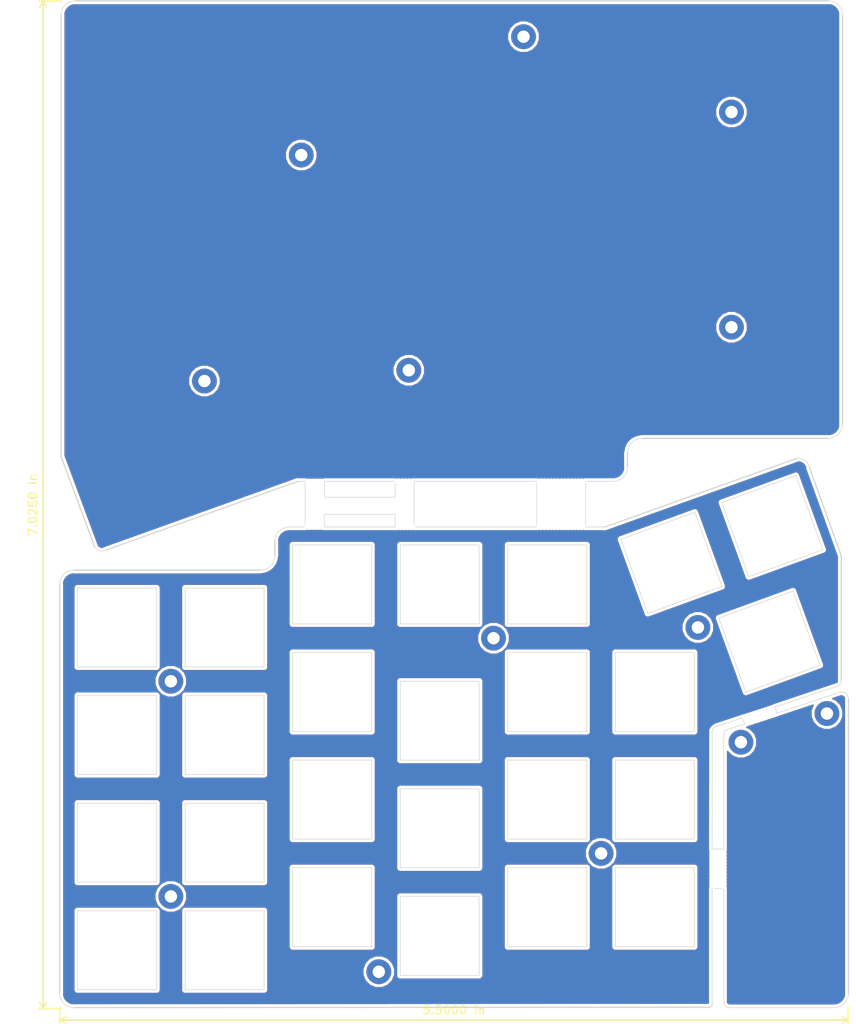
<source format=kicad_pcb>
(kicad_pcb (version 20171130) (host pcbnew "(5.0.2)-1")
  (layers (0 F.Cu signal) (31 B.Cu signal) (34 B.Paste user) (35 F.Paste user) (36 B.SilkS user) (37 F.SilkS user) (38 B.Mask user) (39 F.Mask user) (44 Edge.Cuts user))
  (net 0 "")
  (module kbd:IM_HOLE (layer F.Cu) (at 145.15338 158.68486 90)
    (fp_text reference Ref** hide)
    (fp_text value Val** hide)
    (pad "" np_thru_hole circle (at 0 0 90) (size 0.4 0.4) (drill 0.4) (layers *.Cu *.Mask))
  )
  (module kbd:IM_HOLE (layer F.Cu) (at 152.280048 134.167642 198)
    (fp_text reference Ref** hide)
    (fp_text value Val** hide)
    (pad "" np_thru_hole circle (at 0 0 198) (size 0.4 0.4) (drill 0.4) (layers *.Cu *.Mask))
  )
  (module kbd:IM_HOLE (layer F.Cu) (at 148.856244 135.280103 198)
    (fp_text reference Ref** hide)
    (fp_text value Val** hide)
    (pad "" np_thru_hole circle (at 0 0 198) (size 0.4 0.4) (drill 0.4) (layers *.Cu *.Mask))
  )
  (module kbd:IM_HOLE (layer F.Cu) (at 152.850681 133.982231 198)
    (fp_text reference Ref** hide)
    (fp_text value Val** hide)
    (pad "" np_thru_hole circle (at 0 0 198) (size 0.4 0.4) (drill 0.4) (layers *.Cu *.Mask))
  )
  (module kbd:IM_HOLE (layer F.Cu) (at 149.426879 135.094693 198)
    (fp_text reference Ref** hide)
    (fp_text value Val** hide)
    (pad "" np_thru_hole circle (at 0 0 198) (size 0.4 0.4) (drill 0.4) (layers *.Cu *.Mask))
  )
  (module kbd:IM_HOLE (layer F.Cu) (at 151.13878 134.538462 198)
    (fp_text reference Ref** hide)
    (fp_text value Val** hide)
    (pad "" np_thru_hole circle (at 0 0 198) (size 0.4 0.4) (drill 0.4) (layers *.Cu *.Mask))
  )
  (module kbd:IM_HOLE (layer F.Cu) (at 150.568147 134.723872 198)
    (fp_text reference Ref** hide)
    (fp_text value Val** hide)
    (pad "" np_thru_hole circle (at 0 0 198) (size 0.4 0.4) (drill 0.4) (layers *.Cu *.Mask))
  )
  (module kbd:IM_HOLE (layer F.Cu) (at 153.99195 133.611411 198)
    (fp_text reference Ref** hide)
    (fp_text value Val** hide)
    (pad "" np_thru_hole circle (at 0 0 198) (size 0.4 0.4) (drill 0.4) (layers *.Cu *.Mask))
  )
  (module kbd:IM_HOLE (layer F.Cu) (at 151.709413 134.353052 198)
    (fp_text reference Ref** hide)
    (fp_text value Val** hide)
    (pad "" np_thru_hole circle (at 0 0 198) (size 0.4 0.4) (drill 0.4) (layers *.Cu *.Mask))
  )
  (module kbd:IM_HOLE (layer F.Cu) (at 153.421316 133.796821 198)
    (fp_text reference Ref** hide)
    (fp_text value Val** hide)
    (pad "" np_thru_hole circle (at 0 0 198) (size 0.4 0.4) (drill 0.4) (layers *.Cu *.Mask))
  )
  (module kbd:IM_HOLE (layer F.Cu) (at 149.997512 134.909282 198)
    (fp_text reference Ref** hide)
    (fp_text value Val** hide)
    (pad "" np_thru_hole circle (at 0 0 198) (size 0.4 0.4) (drill 0.4) (layers *.Cu *.Mask))
  )
  (module kbd:IM_HOLE (layer F.Cu) (at 153.214768 134.751842 198)
    (fp_text reference Ref** hide)
    (fp_text value Val** hide)
    (pad "" np_thru_hole circle (at 0 0 198) (size 0.4 0.4) (drill 0.4) (layers *.Cu *.Mask))
  )
  (module kbd:IM_HOLE (layer F.Cu) (at 149.790964 135.864303 198)
    (fp_text reference Ref** hide)
    (fp_text value Val** hide)
    (pad "" np_thru_hole circle (at 0 0 198) (size 0.4 0.4) (drill 0.4) (layers *.Cu *.Mask))
  )
  (module kbd:IM_HOLE (layer F.Cu) (at 152.0735 135.122662 198)
    (fp_text reference Ref** hide)
    (fp_text value Val** hide)
    (pad "" np_thru_hole circle (at 0 0 198) (size 0.4 0.4) (drill 0.4) (layers *.Cu *.Mask))
  )
  (module kbd:IM_HOLE (layer F.Cu) (at 149.22033 136.049713 198)
    (fp_text reference Ref** hide)
    (fp_text value Val** hide)
    (pad "" np_thru_hole circle (at 0 0 198) (size 0.4 0.4) (drill 0.4) (layers *.Cu *.Mask))
  )
  (module kbd:IM_HOLE (layer F.Cu) (at 152.644133 134.937252 198)
    (fp_text reference Ref** hide)
    (fp_text value Val** hide)
    (pad "" np_thru_hole circle (at 0 0 198) (size 0.4 0.4) (drill 0.4) (layers *.Cu *.Mask))
  )
  (module kbd:IM_HOLE (layer F.Cu) (at 153.785401 134.566431 198)
    (fp_text reference Ref** hide)
    (fp_text value Val** hide)
    (pad "" np_thru_hole circle (at 0 0 198) (size 0.4 0.4) (drill 0.4) (layers *.Cu *.Mask))
  )
  (module kbd:IM_HOLE (layer F.Cu) (at 151.502867 135.308072 198)
    (fp_text reference Ref** hide)
    (fp_text value Val** hide)
    (pad "" np_thru_hole circle (at 0 0 198) (size 0.4 0.4) (drill 0.4) (layers *.Cu *.Mask))
  )
  (module kbd:IM_HOLE (layer F.Cu) (at 154.356036 134.381021 198)
    (fp_text reference Ref** hide)
    (fp_text value Val** hide)
    (pad "" np_thru_hole circle (at 0 0 198) (size 0.4 0.4) (drill 0.4) (layers *.Cu *.Mask))
  )
  (module kbd:IM_HOLE (layer F.Cu) (at 150.361599 135.678893 198)
    (fp_text reference Ref** hide)
    (fp_text value Val** hide)
    (pad "" np_thru_hole circle (at 0 0 198) (size 0.4 0.4) (drill 0.4) (layers *.Cu *.Mask))
  )
  (module kbd:IM_HOLE (layer F.Cu) (at 150.932232 135.493482 198)
    (fp_text reference Ref** hide)
    (fp_text value Val** hide)
    (pad "" np_thru_hole circle (at 0 0 198) (size 0.4 0.4) (drill 0.4) (layers *.Cu *.Mask))
  )
  (module kbd:IM_HOLE (layer F.Cu) (at 143.44142 161.68486 90)
    (fp_text reference Ref** hide)
    (fp_text value Val** hide)
    (pad "" np_thru_hole circle (at 0 0 90) (size 0.4 0.4) (drill 0.4) (layers *.Cu *.Mask))
  )
  (module kbd:IM_HOLE (layer F.Cu) (at 143.44142 162.28486 90)
    (fp_text reference Ref** hide)
    (fp_text value Val** hide)
    (pad "" np_thru_hole circle (at 0 0 90) (size 0.4 0.4) (drill 0.4) (layers *.Cu *.Mask))
  )
  (module kbd:IM_HOLE (layer F.Cu) (at 143.44142 159.28486 90)
    (fp_text reference Ref** hide)
    (fp_text value Val** hide)
    (pad "" np_thru_hole circle (at 0 0 90) (size 0.4 0.4) (drill 0.4) (layers *.Cu *.Mask))
  )
  (module kbd:IM_HOLE (layer F.Cu) (at 143.44142 164.08486 90)
    (fp_text reference Ref** hide)
    (fp_text value Val** hide)
    (pad "" np_thru_hole circle (at 0 0 90) (size 0.4 0.4) (drill 0.4) (layers *.Cu *.Mask))
  )
  (module kbd:IM_HOLE (layer F.Cu) (at 143.44142 164.68486 90)
    (fp_text reference Ref** hide)
    (fp_text value Val** hide)
    (pad "" np_thru_hole circle (at 0 0 90) (size 0.4 0.4) (drill 0.4) (layers *.Cu *.Mask))
  )
  (module kbd:IM_HOLE (layer F.Cu) (at 143.44142 160.48486 90)
    (fp_text reference Ref** hide)
    (fp_text value Val** hide)
    (pad "" np_thru_hole circle (at 0 0 90) (size 0.4 0.4) (drill 0.4) (layers *.Cu *.Mask))
  )
  (module kbd:IM_HOLE (layer F.Cu) (at 143.44142 163.48486 90)
    (fp_text reference Ref** hide)
    (fp_text value Val** hide)
    (pad "" np_thru_hole circle (at 0 0 90) (size 0.4 0.4) (drill 0.4) (layers *.Cu *.Mask))
  )
  (module kbd:IM_HOLE (layer F.Cu) (at 143.44142 162.88486 90)
    (fp_text reference Ref** hide)
    (fp_text value Val** hide)
    (pad "" np_thru_hole circle (at 0 0 90) (size 0.4 0.4) (drill 0.4) (layers *.Cu *.Mask))
  )
  (module kbd:IM_HOLE (layer F.Cu) (at 143.44142 159.88486 90)
    (fp_text reference Ref** hide)
    (fp_text value Val** hide)
    (pad "" np_thru_hole circle (at 0 0 90) (size 0.4 0.4) (drill 0.4) (layers *.Cu *.Mask))
  )
  (module kbd:IM_HOLE (layer F.Cu) (at 143.44142 165.28486 90)
    (fp_text reference Ref** hide)
    (fp_text value Val** hide)
    (pad "" np_thru_hole circle (at 0 0 90) (size 0.4 0.4) (drill 0.4) (layers *.Cu *.Mask))
  )
  (module kbd:IM_HOLE (layer F.Cu) (at 143.44142 158.68486 90)
    (fp_text reference Ref** hide)
    (fp_text value Val** hide)
    (pad "" np_thru_hole circle (at 0 0 90) (size 0.4 0.4) (drill 0.4) (layers *.Cu *.Mask))
  )
  (module kbd:IM_HOLE (layer F.Cu) (at 143.44142 161.08486 90)
    (fp_text reference Ref** hide)
    (fp_text value Val** hide)
    (pad "" np_thru_hole circle (at 0 0 90) (size 0.4 0.4) (drill 0.4) (layers *.Cu *.Mask))
  )
  (module kbd:IM_HOLE (layer F.Cu) (at 145.15338 161.08486 90)
    (fp_text reference Ref** hide)
    (fp_text value Val** hide)
    (pad "" np_thru_hole circle (at 0 0 90) (size 0.4 0.4) (drill 0.4) (layers *.Cu *.Mask))
  )
  (module kbd:IM_HOLE (layer F.Cu) (at 145.15338 159.88486 90)
    (fp_text reference Ref** hide)
    (fp_text value Val** hide)
    (pad "" np_thru_hole circle (at 0 0 90) (size 0.4 0.4) (drill 0.4) (layers *.Cu *.Mask))
  )
  (module kbd:IM_HOLE (layer F.Cu) (at 145.15338 160.48486 90)
    (fp_text reference Ref** hide)
    (fp_text value Val** hide)
    (pad "" np_thru_hole circle (at 0 0 90) (size 0.4 0.4) (drill 0.4) (layers *.Cu *.Mask))
  )
  (module kbd:IM_HOLE (layer F.Cu) (at 145.15338 162.28486 90)
    (fp_text reference Ref** hide)
    (fp_text value Val** hide)
    (pad "" np_thru_hole circle (at 0 0 90) (size 0.4 0.4) (drill 0.4) (layers *.Cu *.Mask))
  )
  (module kbd:IM_HOLE (layer F.Cu) (at 145.15338 161.68486 90)
    (fp_text reference Ref** hide)
    (fp_text value Val** hide)
    (pad "" np_thru_hole circle (at 0 0 90) (size 0.4 0.4) (drill 0.4) (layers *.Cu *.Mask))
  )
  (module kbd:IM_HOLE (layer F.Cu) (at 145.15338 165.28486 90)
    (fp_text reference Ref** hide)
    (fp_text value Val** hide)
    (pad "" np_thru_hole circle (at 0 0 90) (size 0.4 0.4) (drill 0.4) (layers *.Cu *.Mask))
  )
  (module kbd:IM_HOLE (layer F.Cu) (at 145.15338 163.48486 90)
    (fp_text reference Ref** hide)
    (fp_text value Val** hide)
    (pad "" np_thru_hole circle (at 0 0 90) (size 0.4 0.4) (drill 0.4) (layers *.Cu *.Mask))
  )
  (module kbd:IM_HOLE (layer F.Cu) (at 145.15338 159.28486 90)
    (fp_text reference Ref** hide)
    (fp_text value Val** hide)
    (pad "" np_thru_hole circle (at 0 0 90) (size 0.4 0.4) (drill 0.4) (layers *.Cu *.Mask))
  )
  (module kbd:IM_HOLE (layer F.Cu) (at 145.15338 164.08486 90)
    (fp_text reference Ref** hide)
    (fp_text value Val** hide)
    (pad "" np_thru_hole circle (at 0 0 90) (size 0.4 0.4) (drill 0.4) (layers *.Cu *.Mask))
  )
  (module kbd:IM_HOLE (layer F.Cu) (at 145.15338 162.88486 90)
    (fp_text reference Ref** hide)
    (fp_text value Val** hide)
    (pad "" np_thru_hole circle (at 0 0 90) (size 0.4 0.4) (drill 0.4) (layers *.Cu *.Mask))
  )
  (module kbd:IM_HOLE (layer F.Cu) (at 145.15338 164.68486 90)
    (fp_text reference Ref** hide)
    (fp_text value Val** hide)
    (pad "" np_thru_hole circle (at 0 0 90) (size 0.4 0.4) (drill 0.4) (layers *.Cu *.Mask))
  )
  (module kbd:IM_HOLE (layer F.Cu) (at 71.39234 93.53042)
    (fp_text reference Ref** hide)
    (fp_text value Val** hide)
    (pad "" np_thru_hole circle (at 0 0) (size 0.4 0.4) (drill 0.4) (layers *.Cu *.Mask))
  )
  (module kbd:IM_HOLE (layer F.Cu) (at 72.59234 93.53042)
    (fp_text reference Ref** hide)
    (fp_text value Val** hide)
    (pad "" np_thru_hole circle (at 0 0) (size 0.4 0.4) (drill 0.4) (layers *.Cu *.Mask))
  )
  (module kbd:IM_HOLE (layer F.Cu) (at 73.19234 93.53042)
    (fp_text reference Ref** hide)
    (fp_text value Val** hide)
    (pad "" np_thru_hole circle (at 0 0) (size 0.4 0.4) (drill 0.4) (layers *.Cu *.Mask))
  )
  (module kbd:IM_HOLE (layer F.Cu) (at 73.79234 93.53042)
    (fp_text reference Ref** hide)
    (fp_text value Val** hide)
    (pad "" np_thru_hole circle (at 0 0) (size 0.4 0.4) (drill 0.4) (layers *.Cu *.Mask))
  )
  (module kbd:IM_HOLE (layer F.Cu) (at 74.39234 93.53042)
    (fp_text reference Ref** hide)
    (fp_text value Val** hide)
    (pad "" np_thru_hole circle (at 0 0) (size 0.4 0.4) (drill 0.4) (layers *.Cu *.Mask))
  )
  (module kbd:IM_HOLE (layer F.Cu) (at 71.99234 93.53042)
    (fp_text reference Ref** hide)
    (fp_text value Val** hide)
    (pad "" np_thru_hole circle (at 0 0) (size 0.4 0.4) (drill 0.4) (layers *.Cu *.Mask))
  )
  (module kbd:IM_HOLE (layer F.Cu) (at 72.4309 101.23678)
    (fp_text reference Ref** hide)
    (fp_text value Val** hide)
    (pad "" np_thru_hole circle (at 0 0) (size 0.4 0.4) (drill 0.4) (layers *.Cu *.Mask))
  )
  (module kbd:IM_HOLE (layer F.Cu) (at 73.6309 101.23678)
    (fp_text reference Ref** hide)
    (fp_text value Val** hide)
    (pad "" np_thru_hole circle (at 0 0) (size 0.4 0.4) (drill 0.4) (layers *.Cu *.Mask))
  )
  (module kbd:IM_HOLE (layer F.Cu) (at 74.2309 101.23678)
    (fp_text reference Ref** hide)
    (fp_text value Val** hide)
    (pad "" np_thru_hole circle (at 0 0) (size 0.4 0.4) (drill 0.4) (layers *.Cu *.Mask))
  )
  (module kbd:IM_HOLE (layer F.Cu) (at 71.8309 101.23678)
    (fp_text reference Ref** hide)
    (fp_text value Val** hide)
    (pad "" np_thru_hole circle (at 0 0) (size 0.4 0.4) (drill 0.4) (layers *.Cu *.Mask))
  )
  (module kbd:IM_HOLE (layer F.Cu) (at 71.2309 101.23678)
    (fp_text reference Ref** hide)
    (fp_text value Val** hide)
    (pad "" np_thru_hole circle (at 0 0) (size 0.4 0.4) (drill 0.4) (layers *.Cu *.Mask))
  )
  (module kbd:IM_HOLE (layer F.Cu) (at 73.0309 101.23678)
    (fp_text reference Ref** hide)
    (fp_text value Val** hide)
    (pad "" np_thru_hole circle (at 0 0) (size 0.4 0.4) (drill 0.4) (layers *.Cu *.Mask))
  )
  (module kbd:IM_HOLE (layer F.Cu) (at 89.86968 101.27488)
    (fp_text reference Ref** hide)
    (fp_text value Val** hide)
    (pad "" np_thru_hole circle (at 0 0) (size 0.4 0.4) (drill 0.4) (layers *.Cu *.Mask))
  )
  (module kbd:IM_HOLE (layer F.Cu) (at 87.46968 101.27488)
    (fp_text reference Ref** hide)
    (fp_text value Val** hide)
    (pad "" np_thru_hole circle (at 0 0) (size 0.4 0.4) (drill 0.4) (layers *.Cu *.Mask))
  )
  (module kbd:IM_HOLE (layer F.Cu) (at 88.06968 101.27488)
    (fp_text reference Ref** hide)
    (fp_text value Val** hide)
    (pad "" np_thru_hole circle (at 0 0) (size 0.4 0.4) (drill 0.4) (layers *.Cu *.Mask))
  )
  (module kbd:IM_HOLE (layer F.Cu) (at 89.26968 101.27488)
    (fp_text reference Ref** hide)
    (fp_text value Val** hide)
    (pad "" np_thru_hole circle (at 0 0) (size 0.4 0.4) (drill 0.4) (layers *.Cu *.Mask))
  )
  (module kbd:IM_HOLE (layer F.Cu) (at 90.46968 101.27488)
    (fp_text reference Ref** hide)
    (fp_text value Val** hide)
    (pad "" np_thru_hole circle (at 0 0) (size 0.4 0.4) (drill 0.4) (layers *.Cu *.Mask))
  )
  (module kbd:IM_HOLE (layer F.Cu) (at 88.66968 101.27488)
    (fp_text reference Ref** hide)
    (fp_text value Val** hide)
    (pad "" np_thru_hole circle (at 0 0) (size 0.4 0.4) (drill 0.4) (layers *.Cu *.Mask))
  )
  (module kbd:IM_HOLE (layer F.Cu) (at 87.13384 93.50502)
    (fp_text reference Ref** hide)
    (fp_text value Val** hide)
    (pad "" np_thru_hole circle (at 0 0) (size 0.4 0.4) (drill 0.4) (layers *.Cu *.Mask))
  )
  (module kbd:IM_HOLE (layer F.Cu) (at 87.73384 93.50502)
    (fp_text reference Ref** hide)
    (fp_text value Val** hide)
    (pad "" np_thru_hole circle (at 0 0) (size 0.4 0.4) (drill 0.4) (layers *.Cu *.Mask))
  )
  (module kbd:IM_HOLE (layer F.Cu) (at 88.33384 93.50502)
    (fp_text reference Ref** hide)
    (fp_text value Val** hide)
    (pad "" np_thru_hole circle (at 0 0) (size 0.4 0.4) (drill 0.4) (layers *.Cu *.Mask))
  )
  (module kbd:IM_HOLE (layer F.Cu) (at 90.13384 93.50502)
    (fp_text reference Ref** hide)
    (fp_text value Val** hide)
    (pad "" np_thru_hole circle (at 0 0) (size 0.4 0.4) (drill 0.4) (layers *.Cu *.Mask))
  )
  (module kbd:IM_HOLE (layer F.Cu) (at 89.53384 93.50502)
    (fp_text reference Ref** hide)
    (fp_text value Val** hide)
    (pad "" np_thru_hole circle (at 0 0) (size 0.4 0.4) (drill 0.4) (layers *.Cu *.Mask))
  )
  (module kbd:IM_HOLE (layer F.Cu) (at 88.93384 93.50502)
    (fp_text reference Ref** hide)
    (fp_text value Val** hide)
    (pad "" np_thru_hole circle (at 0 0) (size 0.4 0.4) (drill 0.4) (layers *.Cu *.Mask))
  )
  (module kbd:IM_HOLE (layer F.Cu) (at 120.14928 93.50756)
    (fp_text reference Ref** hide)
    (fp_text value Val** hide)
    (pad "" np_thru_hole circle (at 0 0) (size 0.4 0.4) (drill 0.4) (layers *.Cu *.Mask))
  )
  (module kbd:IM_HOLE (layer F.Cu) (at 112.34928 93.50756)
    (fp_text reference Ref** hide)
    (fp_text value Val** hide)
    (pad "" np_thru_hole circle (at 0 0) (size 0.4 0.4) (drill 0.4) (layers *.Cu *.Mask))
  )
  (module kbd:IM_HOLE (layer F.Cu) (at 120.74928 93.50756)
    (fp_text reference Ref** hide)
    (fp_text value Val** hide)
    (pad "" np_thru_hole circle (at 0 0) (size 0.4 0.4) (drill 0.4) (layers *.Cu *.Mask))
  )
  (module kbd:IM_HOLE (layer F.Cu) (at 112.94928 93.50756)
    (fp_text reference Ref** hide)
    (fp_text value Val** hide)
    (pad "" np_thru_hole circle (at 0 0) (size 0.4 0.4) (drill 0.4) (layers *.Cu *.Mask))
  )
  (module kbd:IM_HOLE (layer F.Cu) (at 118.94928 93.50756)
    (fp_text reference Ref** hide)
    (fp_text value Val** hide)
    (pad "" np_thru_hole circle (at 0 0) (size 0.4 0.4) (drill 0.4) (layers *.Cu *.Mask))
  )
  (module kbd:IM_HOLE (layer F.Cu) (at 116.54928 93.50756)
    (fp_text reference Ref** hide)
    (fp_text value Val** hide)
    (pad "" np_thru_hole circle (at 0 0) (size 0.4 0.4) (drill 0.4) (layers *.Cu *.Mask))
  )
  (module kbd:IM_HOLE (layer F.Cu) (at 117.14928 93.50756)
    (fp_text reference Ref** hide)
    (fp_text value Val** hide)
    (pad "" np_thru_hole circle (at 0 0) (size 0.4 0.4) (drill 0.4) (layers *.Cu *.Mask))
  )
  (module kbd:IM_HOLE (layer F.Cu) (at 114.74928 93.50756)
    (fp_text reference Ref** hide)
    (fp_text value Val** hide)
    (pad "" np_thru_hole circle (at 0 0) (size 0.4 0.4) (drill 0.4) (layers *.Cu *.Mask))
  )
  (module kbd:IM_HOLE (layer F.Cu) (at 117.74928 93.50756)
    (fp_text reference Ref** hide)
    (fp_text value Val** hide)
    (pad "" np_thru_hole circle (at 0 0) (size 0.4 0.4) (drill 0.4) (layers *.Cu *.Mask))
  )
  (module kbd:IM_HOLE (layer F.Cu) (at 118.34928 93.50756)
    (fp_text reference Ref** hide)
    (fp_text value Val** hide)
    (pad "" np_thru_hole circle (at 0 0) (size 0.4 0.4) (drill 0.4) (layers *.Cu *.Mask))
  )
  (module kbd:IM_HOLE (layer F.Cu) (at 113.54928 93.50756)
    (fp_text reference Ref** hide)
    (fp_text value Val** hide)
    (pad "" np_thru_hole circle (at 0 0) (size 0.4 0.4) (drill 0.4) (layers *.Cu *.Mask))
  )
  (module kbd:IM_HOLE (layer F.Cu) (at 114.14928 93.50756)
    (fp_text reference Ref** hide)
    (fp_text value Val** hide)
    (pad "" np_thru_hole circle (at 0 0) (size 0.4 0.4) (drill 0.4) (layers *.Cu *.Mask))
  )
  (module kbd:IM_HOLE (layer F.Cu) (at 119.54928 93.50756)
    (fp_text reference Ref** hide)
    (fp_text value Val** hide)
    (pad "" np_thru_hole circle (at 0 0) (size 0.4 0.4) (drill 0.4) (layers *.Cu *.Mask))
  )
  (module kbd:IM_HOLE (layer F.Cu) (at 115.94928 93.50756)
    (fp_text reference Ref** hide)
    (fp_text value Val** hide)
    (pad "" np_thru_hole circle (at 0 0) (size 0.4 0.4) (drill 0.4) (layers *.Cu *.Mask))
  )
  (module kbd:IM_HOLE (layer F.Cu) (at 115.34928 93.50756)
    (fp_text reference Ref** hide)
    (fp_text value Val** hide)
    (pad "" np_thru_hole circle (at 0 0) (size 0.4 0.4) (drill 0.4) (layers *.Cu *.Mask))
  )
  (module kbd:IM_HOLE (layer F.Cu) (at 115.32896 101.2698)
    (fp_text reference Ref** hide)
    (fp_text value Val** hide)
    (pad "" np_thru_hole circle (at 0 0) (size 0.4 0.4) (drill 0.4) (layers *.Cu *.Mask))
  )
  (module kbd:IM_HOLE (layer F.Cu) (at 115.92896 101.2698)
    (fp_text reference Ref** hide)
    (fp_text value Val** hide)
    (pad "" np_thru_hole circle (at 0 0) (size 0.4 0.4) (drill 0.4) (layers *.Cu *.Mask))
  )
  (module kbd:IM_HOLE (layer F.Cu) (at 117.12896 101.2698)
    (fp_text reference Ref** hide)
    (fp_text value Val** hide)
    (pad "" np_thru_hole circle (at 0 0) (size 0.4 0.4) (drill 0.4) (layers *.Cu *.Mask))
  )
  (module kbd:IM_HOLE (layer F.Cu) (at 118.32896 101.2698)
    (fp_text reference Ref** hide)
    (fp_text value Val** hide)
    (pad "" np_thru_hole circle (at 0 0) (size 0.4 0.4) (drill 0.4) (layers *.Cu *.Mask))
  )
  (module kbd:IM_HOLE (layer F.Cu) (at 113.52896 101.2698)
    (fp_text reference Ref** hide)
    (fp_text value Val** hide)
    (pad "" np_thru_hole circle (at 0 0) (size 0.4 0.4) (drill 0.4) (layers *.Cu *.Mask))
  )
  (module kbd:IM_HOLE (layer F.Cu) (at 117.72896 101.2698)
    (fp_text reference Ref** hide)
    (fp_text value Val** hide)
    (pad "" np_thru_hole circle (at 0 0) (size 0.4 0.4) (drill 0.4) (layers *.Cu *.Mask))
  )
  (module kbd:IM_HOLE (layer F.Cu) (at 114.12896 101.2698)
    (fp_text reference Ref** hide)
    (fp_text value Val** hide)
    (pad "" np_thru_hole circle (at 0 0) (size 0.4 0.4) (drill 0.4) (layers *.Cu *.Mask))
  )
  (module kbd:IM_HOLE (layer F.Cu) (at 116.52896 101.2698)
    (fp_text reference Ref** hide)
    (fp_text value Val** hide)
    (pad "" np_thru_hole circle (at 0 0) (size 0.4 0.4) (drill 0.4) (layers *.Cu *.Mask))
  )
  (module kbd:IM_HOLE (layer F.Cu) (at 119.52896 101.2698)
    (fp_text reference Ref** hide)
    (fp_text value Val** hide)
    (pad "" np_thru_hole circle (at 0 0) (size 0.4 0.4) (drill 0.4) (layers *.Cu *.Mask))
  )
  (module kbd:IM_HOLE (layer F.Cu) (at 118.92896 101.2698)
    (fp_text reference Ref** hide)
    (fp_text value Val** hide)
    (pad "" np_thru_hole circle (at 0 0) (size 0.4 0.4) (drill 0.4) (layers *.Cu *.Mask))
  )
  (module kbd:IM_HOLE (layer F.Cu) (at 114.72896 101.2698)
    (fp_text reference Ref** hide)
    (fp_text value Val** hide)
    (pad "" np_thru_hole circle (at 0 0) (size 0.4 0.4) (drill 0.4) (layers *.Cu *.Mask))
  )
  (module kbd:IM_HOLE (layer F.Cu) (at 112.92896 101.2698)
    (fp_text reference Ref** hide)
    (fp_text value Val** hide)
    (pad "" np_thru_hole circle (at 0 0) (size 0.4 0.4) (drill 0.4) (layers *.Cu *.Mask))
  )
  (module kbd:IM_HOLE (layer F.Cu) (at 120.72896 101.2698)
    (fp_text reference Ref** hide)
    (fp_text value Val** hide)
    (pad "" np_thru_hole circle (at 0 0) (size 0.4 0.4) (drill 0.4) (layers *.Cu *.Mask))
  )
  (module kbd:IM_HOLE (layer F.Cu) (at 120.12896 101.2698)
    (fp_text reference Ref** hide)
    (fp_text value Val** hide)
    (pad "" np_thru_hole circle (at 0 0) (size 0.4 0.4) (drill 0.4) (layers *.Cu *.Mask))
  )
  (module kbd:IM_HOLE (layer F.Cu) (at 112.32896 101.2698)
    (fp_text reference Ref** hide)
    (fp_text value Val** hide)
    (pad "" np_thru_hole circle (at 0 0) (size 0.4 0.4) (drill 0.4) (layers *.Cu *.Mask))
  )
  (module MountingHole:MountingHole_2.2mm_M2_Pad (layer F.Cu) (at 140.737378 119.193839 180)
    (fp_text reference H2 hide)
    (fp_text value MountingHole)
    (pad 1 thru_hole circle (at 0 0 180) (size 4.4 4.4) (drill 2.2) (layers *.Cu *.Mask))
  )
  (module MountingHole:MountingHole_2.2mm_M2_Pad (layer F.Cu) (at 163.597378 134.433839 180)
    (fp_text reference H3 hide)
    (fp_text value MountingHole)
    (pad 1 thru_hole circle (at 0 0 180) (size 4.4 4.4) (drill 2.2) (layers *.Cu *.Mask))
  )
  (module MountingHole:MountingHole_2.2mm_M2_Pad (layer F.Cu) (at 148.357378 139.513839 180)
    (fp_text reference H3 hide)
    (fp_text value MountingHole)
    (pad 1 thru_hole circle (at 0 0 180) (size 4.4 4.4) (drill 2.2) (layers *.Cu *.Mask))
  )
  (module MountingHole:MountingHole_2.2mm_M2_Pad (layer F.Cu) (at 84.222378 180.153839 180)
    (fp_text reference H2 hide)
    (fp_text value MountingHole)
    (pad 1 thru_hole circle (at 0 0 180) (size 4.4 4.4) (drill 2.2) (layers *.Cu *.Mask))
  )
  (module MountingHole:MountingHole_2.2mm_M2_Pad (layer F.Cu) (at 123.592378 159.198839 180)
    (fp_text reference H2 hide)
    (fp_text value MountingHole)
    (pad 1 thru_hole circle (at 0 0 180) (size 4.4 4.4) (drill 2.2) (layers *.Cu *.Mask))
  )
  (module MountingHole:MountingHole_2.2mm_M2_Pad (layer F.Cu) (at 104.542378 121.098839 180)
    (fp_text reference H2 hide)
    (fp_text value MountingHole)
    (pad 1 thru_hole circle (at 0 0 180) (size 4.4 4.4) (drill 2.2) (layers *.Cu *.Mask))
  )
  (module MountingHole:MountingHole_2.2mm_M2_Pad (layer F.Cu) (at 47.392378 128.718839 180)
    (fp_text reference H2 hide)
    (fp_text value MountingHole)
    (pad 1 thru_hole circle (at 0 0 180) (size 4.4 4.4) (drill 2.2) (layers *.Cu *.Mask))
  )
  (module MountingHole:MountingHole_2.2mm_M2_Pad (layer F.Cu) (at 53.34 75.565)
    (fp_text reference "" hide)
    (fp_text value MountingHole)
    (pad 1 thru_hole circle (at 0 0) (size 4.4 4.4) (drill 2.2) (layers *.Cu *.Mask))
  )
  (module MountingHole:MountingHole_2.2mm_M2_Pad (layer F.Cu) (at 89.535 73.66)
    (fp_text reference H1 hide)
    (fp_text value MountingHole)
    (pad 1 thru_hole circle (at 0 0) (size 4.4 4.4) (drill 2.2) (layers *.Cu *.Mask))
  )
  (module MountingHole:MountingHole_2.2mm_M2_Pad (layer F.Cu) (at 146.685 66.04)
    (fp_text reference H1 hide)
    (fp_text value MountingHole)
    (pad 1 thru_hole circle (at 0 0) (size 4.4 4.4) (drill 2.2) (layers *.Cu *.Mask))
  )
  (module MountingHole:MountingHole_2.2mm_M2_Pad (layer F.Cu) (at 146.685 27.94)
    (fp_text reference H1 hide)
    (fp_text value MountingHole)
    (pad 1 thru_hole circle (at 0 0) (size 4.4 4.4) (drill 2.2) (layers *.Cu *.Mask))
  )
  (module MountingHole:MountingHole_2.2mm_M2_Pad (layer F.Cu) (at 109.855 14.605)
    (fp_text reference H1 hide)
    (fp_text value MountingHole)
    (pad 1 thru_hole circle (at 0 0) (size 4.4 4.4) (drill 2.2) (layers *.Cu *.Mask))
  )
  (module MountingHole:MountingHole_2.2mm_M2_Pad (layer F.Cu) (at 70.485 35.56)
    (fp_text reference H1 hide)
    (fp_text value MountingHole)
    (pad 1 thru_hole circle (at 0 0) (size 4.4 4.4) (drill 2.2) (layers *.Cu *.Mask))
  )
  (module MountingHole:MountingHole_2.2mm_M2_Pad (layer F.Cu) (at 47.392378 166.818839 180)
    (fp_text reference H2 hide)
    (fp_text value MountingHole)
    (pad 1 thru_hole circle (at 0 0 180) (size 4.4 4.4) (drill 2.2) (layers *.Cu *.Mask))
  )
  (dimension 139.7 (width 0.3) (layer F.SilkS) (gr_text "139.700 mm" (at 97.536 190.821534) (layer F.SilkS) (effects (font (size 1.5 1.5) (thickness 0.3)))) (feature1 (pts (xy 27.686 186.436) (xy 27.686 189.307955))) (feature2 (pts (xy 167.386 186.436) (xy 167.386 189.307955))) (crossbar (pts (xy 167.386 188.721534) (xy 27.686 188.721534))) (arrow1a (pts (xy 27.686 188.721534) (xy 28.812504 188.135113))) (arrow1b (pts (xy 27.686 188.721534) (xy 28.812504 189.307955))) (arrow2a (pts (xy 167.386 188.721534) (xy 166.259496 188.135113))) (arrow2b (pts (xy 167.386 188.721534) (xy 166.259496 189.307955))))
  (dimension 178.435 (width 0.3) (layer F.SilkS) (gr_text "178.435 mm" (at 22.665 97.4725 270) (layer F.SilkS) (effects (font (size 1.5 1.5) (thickness 0.3)))) (feature1 (pts (xy 27.94 186.69) (xy 24.178579 186.69))) (feature2 (pts (xy 27.94 8.255) (xy 24.178579 8.255))) (crossbar (pts (xy 24.765 8.255) (xy 24.765 186.69))) (arrow1a (pts (xy 24.765 186.69) (xy 24.178579 185.563496))) (arrow1b (pts (xy 24.765 186.69) (xy 25.351421 185.563496))) (arrow2a (pts (xy 24.765 8.255) (xy 24.178579 9.381504))) (arrow2b (pts (xy 24.765 8.255) (xy 25.351421 9.381504))))
  (gr_line (start 143.256 158.4325) (end 145.288 158.4325) (layer Edge.Cuts) (width 0.1))
  (gr_line (start 90.4875 101.4095) (end 112.2045 101.4095) (layer Edge.Cuts) (width 0.1))
  (gr_line (start 143.256 158.4198) (end 143.2814 137.4648) (layer Edge.Cuts) (width 0.1))
  (gr_line (start 143.256 185.928) (end 143.256 165.4048) (layer Edge.Cuts) (width 0.1))
  (gr_line (start 145.3134 165.4048) (end 145.3134 185.4962) (layer Edge.Cuts) (width 0.1))
  (gr_line (start 145.3134 137.9728) (end 145.3134 158.4452) (layer Edge.Cuts) (width 0.1))
  (gr_line (start 149.0345 136.271) (end 146.05 137.2235) (layer Edge.Cuts) (width 0.1))
  (gr_line (start 154.7495 134.366) (end 165.989 130.6195) (layer Edge.Cuts) (width 0.1))
  (gr_line (start 148.6535 135.1915) (end 144.018 136.7155) (layer Edge.Cuts) (width 0.1))
  (gr_line (start 154.3685 133.2865) (end 165.354 129.6035) (layer Edge.Cuts) (width 0.1))
  (gr_line (start 120.8405 93.345) (end 125.73 93.345) (layer Edge.Cuts) (width 0.1))
  (gr_line (start 90.4875 93.345) (end 112.2045 93.345) (layer Edge.Cuts) (width 0.1))
  (gr_line (start 74.6125 93.345) (end 87.122 93.345) (layer Edge.Cuts) (width 0.1))
  (gr_line (start 69.85 93.345) (end 71.1835 93.345) (layer Edge.Cuts) (width 0.1))
  (gr_line (start 71.1835 101.4095) (end 68.326 101.4095) (layer Edge.Cuts) (width 0.1))
  (gr_line (start 87.122 101.4095) (end 74.549 101.4095) (layer Edge.Cuts) (width 0.1))
  (gr_line (start 124.206 101.4095) (end 120.8405 101.4095) (layer Edge.Cuts) (width 0.1))
  (gr_line (start 120.8405 93.345) (end 120.8405 101.4095) (layer Edge.Cuts) (width 0.1))
  (gr_line (start 112.2045 93.345) (end 112.2045 101.4095) (layer Edge.Cuts) (width 0.1))
  (gr_line (start 154.3685 133.2865) (end 154.7495 134.366) (layer Edge.Cuts) (width 0.1))
  (gr_line (start 87.122 99.187) (end 87.122 101.4095) (layer Edge.Cuts) (width 0.1))
  (gr_line (start 74.549 99.187) (end 87.122 99.187) (layer Edge.Cuts) (width 0.1))
  (gr_line (start 74.549 101.4095) (end 74.549 99.187) (layer Edge.Cuts) (width 0.1))
  (gr_line (start 90.4875 93.345) (end 90.4875 101.4095) (layer Edge.Cuts) (width 0.1))
  (gr_line (start 87.122 96.139) (end 87.122 93.345) (layer Edge.Cuts) (width 0.1))
  (gr_line (start 74.6125 96.139) (end 87.122 96.139) (layer Edge.Cuts) (width 0.1))
  (gr_line (start 74.6125 93.345) (end 74.6125 96.139) (layer Edge.Cuts) (width 0.1))
  (gr_line (start 71.1835 93.345) (end 71.1835 101.4095) (layer Edge.Cuts) (width 0.1))
  (gr_line (start 143.256 165.4175) (end 145.288 165.4175) (layer Edge.Cuts) (width 0.1))
  (gr_line (start 148.6408 135.1788) (end 149.0345 136.271) (layer Edge.Cuts) (width 0.1))
  (gr_arc (start 142.748 185.928) (end 142.748 186.436) (angle -90) (layer Edge.Cuts) (width 0.2))
  (gr_line (start 44.852378 145.228839) (end 44.852378 131.258839) (layer Edge.Cuts) (width 0.1))
  (gr_arc (start 158.517378 91.253839) (end 160.528 90.932) (angle -85.11186258) (layer Edge.Cuts) (width 0.1))
  (gr_arc (start 144.547378 137.989839) (end 144.039379 136.71984) (angle -46.39718103) (layer Edge.Cuts) (width 0.1))
  (gr_arc (start 165.121378 128.591839) (end 165.375377 129.607838) (angle -75.96379634) (layer Edge.Cuts) (width 0.1))
  (gr_arc (start 30.247378 183.963839) (end 27.707378 183.963839) (angle -90) (layer Edge.Cuts) (width 0.1))
  (gr_arc (start 30.247378 111.573839) (end 30.247378 109.033839) (angle -90) (layer Edge.Cuts) (width 0.1))
  (gr_arc (start 63.267378 106.493839) (end 63.267378 109.033839) (angle -90) (layer Edge.Cuts) (width 0.1))
  (gr_arc (start 68.347378 103.953839) (end 68.347378 101.413839) (angle -90) (layer Edge.Cuts) (width 0.1))
  (gr_arc (start 166.137378 131.893839) (end 167.407378 131.893839) (angle -96.64134443) (layer Edge.Cuts) (width 0.1))
  (gr_arc (start 146.325378 138.243839) (end 146.071379 137.22784) (angle -61.92751306) (layer Edge.Cuts) (width 0.1))
  (gr_arc (start 146.325378 185.487839) (end 145.309378 185.487839) (angle -90) (layer Edge.Cuts) (width 0.1))
  (gr_arc (start 35.2044 104.1908) (end 33.8836 104.902) (angle -85.97835228) (layer Edge.Cuts) (width 0.1))
  (gr_arc (start 163.83 10.795) (end 166.37 10.795) (angle -90) (layer Edge.Cuts) (width 0.1))
  (gr_arc (start 163.83 83.185) (end 163.83 85.725) (angle -90) (layer Edge.Cuts) (width 0.1))
  (gr_arc (start 130.81 88.265) (end 130.81 85.725) (angle -90) (layer Edge.Cuts) (width 0.1))
  (gr_arc (start 125.73 90.805) (end 125.73 93.345) (angle -90) (layer Edge.Cuts) (width 0.1))
  (gr_arc (start 30.48 10.795) (end 30.48 8.255) (angle -90) (layer Edge.Cuts) (width 0.1))
  (gr_line (start 149.744166 110.206836) (end 162.871672 105.428814) (layer Edge.Cuts) (width 0.1))
  (gr_line (start 144.966144 97.07933) (end 149.744166 110.206836) (layer Edge.Cuts) (width 0.1))
  (gr_line (start 157.58565 112.748308) (end 144.458144 117.52633) (layer Edge.Cuts) (width 0.1))
  (gr_line (start 162.363672 125.875814) (end 157.58565 112.748308) (layer Edge.Cuts) (width 0.1))
  (gr_line (start 131.862566 116.709236) (end 144.990072 111.931214) (layer Edge.Cuts) (width 0.1))
  (gr_line (start 144.990072 111.931214) (end 140.21205 98.803708) (layer Edge.Cuts) (width 0.1))
  (gr_line (start 144.458144 117.52633) (end 149.236166 130.653836) (layer Edge.Cuts) (width 0.1))
  (gr_arc (start 164.867378 183.963839) (end 164.867378 186.503839) (angle -90) (layer Edge.Cuts) (width 0.1))
  (gr_line (start 146.325378 186.503839) (end 164.867378 186.503839) (layer Edge.Cuts) (width 0.1))
  (gr_line (start 167.407378 183.963839) (end 167.407378 131.893839) (layer Edge.Cuts) (width 0.2))
  (gr_line (start 162.871672 105.428814) (end 158.09365 92.301308) (layer Edge.Cuts) (width 0.1))
  (gr_line (start 158.09365 92.301308) (end 144.966144 97.07933) (layer Edge.Cuts) (width 0.1))
  (gr_line (start 149.236166 130.653836) (end 162.363672 125.875814) (layer Edge.Cuts) (width 0.1))
  (gr_line (start 127.084544 103.58173) (end 131.862566 116.709236) (layer Edge.Cuts) (width 0.1))
  (gr_line (start 140.21205 98.803708) (end 127.084544 103.58173) (layer Edge.Cuts) (width 0.1))
  (gr_line (start 102.002378 147.768839) (end 102.002378 161.738839) (layer Edge.Cuts) (width 0.1))
  (gr_line (start 88.032378 147.768839) (end 102.002378 147.768839) (layer Edge.Cuts) (width 0.1))
  (gr_line (start 88.032378 161.738839) (end 88.032378 147.768839) (layer Edge.Cuts) (width 0.1))
  (gr_line (start 102.002378 161.738839) (end 88.032378 161.738839) (layer Edge.Cuts) (width 0.1))
  (gr_line (start 88.032378 180.788839) (end 102.002378 180.788839) (layer Edge.Cuts) (width 0.1))
  (gr_line (start 88.032378 166.818839) (end 88.032378 180.788839) (layer Edge.Cuts) (width 0.1))
  (gr_line (start 102.002378 166.818839) (end 88.032378 166.818839) (layer Edge.Cuts) (width 0.1))
  (gr_line (start 102.002378 180.788839) (end 102.002378 166.818839) (layer Edge.Cuts) (width 0.1))
  (gr_line (start 121.052378 175.708839) (end 121.052378 161.738839) (layer Edge.Cuts) (width 0.1))
  (gr_line (start 107.082378 175.708839) (end 121.052378 175.708839) (layer Edge.Cuts) (width 0.1))
  (gr_line (start 107.082378 161.738839) (end 107.082378 175.708839) (layer Edge.Cuts) (width 0.1))
  (gr_line (start 121.052378 161.738839) (end 107.082378 161.738839) (layer Edge.Cuts) (width 0.1))
  (gr_line (start 140.102378 175.708839) (end 140.102378 161.738839) (layer Edge.Cuts) (width 0.1))
  (gr_line (start 126.132378 175.708839) (end 140.102378 175.708839) (layer Edge.Cuts) (width 0.1))
  (gr_line (start 126.132378 161.738839) (end 126.132378 175.708839) (layer Edge.Cuts) (width 0.1))
  (gr_line (start 140.102378 161.738839) (end 126.132378 161.738839) (layer Edge.Cuts) (width 0.1))
  (gr_line (start 140.102378 156.658839) (end 140.102378 142.688839) (layer Edge.Cuts) (width 0.1))
  (gr_line (start 126.132378 156.658839) (end 140.102378 156.658839) (layer Edge.Cuts) (width 0.1))
  (gr_line (start 126.132378 142.688839) (end 126.132378 156.658839) (layer Edge.Cuts) (width 0.1))
  (gr_line (start 140.102378 142.688839) (end 126.132378 142.688839) (layer Edge.Cuts) (width 0.1))
  (gr_line (start 107.082378 156.658839) (end 121.052378 156.658839) (layer Edge.Cuts) (width 0.1))
  (gr_line (start 107.082378 142.688839) (end 107.082378 156.658839) (layer Edge.Cuts) (width 0.1))
  (gr_line (start 121.052378 142.688839) (end 107.082378 142.688839) (layer Edge.Cuts) (width 0.1))
  (gr_line (start 121.052378 156.658839) (end 121.052378 142.688839) (layer Edge.Cuts) (width 0.1))
  (gr_line (start 102.002378 142.688839) (end 102.002378 128.718839) (layer Edge.Cuts) (width 0.1))
  (gr_line (start 88.032378 142.688839) (end 102.002378 142.688839) (layer Edge.Cuts) (width 0.1))
  (gr_line (start 88.032378 128.718839) (end 88.032378 142.688839) (layer Edge.Cuts) (width 0.1))
  (gr_line (start 102.002378 128.718839) (end 88.032378 128.718839) (layer Edge.Cuts) (width 0.1))
  (gr_line (start 68.982378 137.608839) (end 82.952378 137.608839) (layer Edge.Cuts) (width 0.1))
  (gr_line (start 68.982378 123.638839) (end 68.982378 137.608839) (layer Edge.Cuts) (width 0.1))
  (gr_line (start 82.952378 123.638839) (end 68.982378 123.638839) (layer Edge.Cuts) (width 0.1))
  (gr_line (start 82.952378 137.608839) (end 82.952378 123.638839) (layer Edge.Cuts) (width 0.1))
  (gr_line (start 68.982378 156.658839) (end 82.952378 156.658839) (layer Edge.Cuts) (width 0.1))
  (gr_line (start 68.982378 142.688839) (end 68.982378 156.658839) (layer Edge.Cuts) (width 0.1))
  (gr_line (start 82.952378 142.688839) (end 68.982378 142.688839) (layer Edge.Cuts) (width 0.1))
  (gr_line (start 82.952378 156.658839) (end 82.952378 142.688839) (layer Edge.Cuts) (width 0.1))
  (gr_line (start 82.952378 161.738839) (end 82.952378 175.708839) (layer Edge.Cuts) (width 0.1))
  (gr_line (start 68.982378 161.738839) (end 82.952378 161.738839) (layer Edge.Cuts) (width 0.1))
  (gr_line (start 68.982378 175.708839) (end 68.982378 161.738839) (layer Edge.Cuts) (width 0.1))
  (gr_line (start 82.952378 175.708839) (end 68.982378 175.708839) (layer Edge.Cuts) (width 0.1))
  (gr_line (start 63.902378 183.328839) (end 63.902378 169.358839) (layer Edge.Cuts) (width 0.1))
  (gr_line (start 49.932378 183.328839) (end 63.902378 183.328839) (layer Edge.Cuts) (width 0.1))
  (gr_line (start 49.932378 169.358839) (end 49.932378 183.328839) (layer Edge.Cuts) (width 0.1))
  (gr_line (start 63.902378 169.358839) (end 49.932378 169.358839) (layer Edge.Cuts) (width 0.1))
  (gr_line (start 49.932378 164.278839) (end 63.902378 164.278839) (layer Edge.Cuts) (width 0.1))
  (gr_line (start 49.932378 150.308839) (end 49.932378 164.278839) (layer Edge.Cuts) (width 0.1))
  (gr_line (start 63.902378 150.308839) (end 49.932378 150.308839) (layer Edge.Cuts) (width 0.1))
  (gr_line (start 63.902378 164.278839) (end 63.902378 150.308839) (layer Edge.Cuts) (width 0.1))
  (gr_line (start 44.852378 183.328839) (end 44.852378 169.358839) (layer Edge.Cuts) (width 0.1))
  (gr_line (start 30.882378 183.328839) (end 44.852378 183.328839) (layer Edge.Cuts) (width 0.1))
  (gr_line (start 30.882378 169.358839) (end 30.882378 183.328839) (layer Edge.Cuts) (width 0.1))
  (gr_line (start 44.852378 169.358839) (end 30.882378 169.358839) (layer Edge.Cuts) (width 0.1))
  (gr_line (start 30.882378 164.278839) (end 44.852378 164.278839) (layer Edge.Cuts) (width 0.1))
  (gr_line (start 30.882378 150.308839) (end 30.882378 164.278839) (layer Edge.Cuts) (width 0.1))
  (gr_line (start 44.852378 150.308839) (end 30.882378 150.308839) (layer Edge.Cuts) (width 0.1))
  (gr_line (start 44.852378 164.278839) (end 44.852378 150.308839) (layer Edge.Cuts) (width 0.1))
  (gr_line (start 63.902378 145.228839) (end 49.932378 145.228839) (layer Edge.Cuts) (width 0.1))
  (gr_line (start 63.902378 131.258839) (end 63.902378 145.228839) (layer Edge.Cuts) (width 0.1))
  (gr_line (start 49.932378 131.258839) (end 63.902378 131.258839) (layer Edge.Cuts) (width 0.1))
  (gr_line (start 49.932378 145.228839) (end 49.932378 131.258839) (layer Edge.Cuts) (width 0.1))
  (gr_line (start 30.882378 145.228839) (end 44.852378 145.228839) (layer Edge.Cuts) (width 0.1))
  (gr_line (start 30.882378 131.258839) (end 30.882378 145.228839) (layer Edge.Cuts) (width 0.1))
  (gr_line (start 44.852378 131.258839) (end 30.882378 131.258839) (layer Edge.Cuts) (width 0.1))
  (gr_line (start 44.852378 112.208839) (end 44.852378 126.178839) (layer Edge.Cuts) (width 0.1))
  (gr_line (start 30.882378 112.208839) (end 44.852378 112.208839) (layer Edge.Cuts) (width 0.1))
  (gr_line (start 30.882378 126.178839) (end 30.882378 112.208839) (layer Edge.Cuts) (width 0.1))
  (gr_line (start 44.852378 126.178839) (end 30.882378 126.178839) (layer Edge.Cuts) (width 0.1))
  (gr_line (start 63.902378 126.178839) (end 63.902378 112.208839) (layer Edge.Cuts) (width 0.1))
  (gr_line (start 49.932378 126.178839) (end 63.902378 126.178839) (layer Edge.Cuts) (width 0.1))
  (gr_line (start 49.932378 112.208839) (end 49.932378 126.178839) (layer Edge.Cuts) (width 0.1))
  (gr_line (start 63.902378 112.208839) (end 49.932378 112.208839) (layer Edge.Cuts) (width 0.1))
  (gr_line (start 68.982378 104.588839) (end 82.952378 104.588839) (layer Edge.Cuts) (width 0.1))
  (gr_line (start 68.982378 118.558839) (end 68.982378 104.588839) (layer Edge.Cuts) (width 0.1))
  (gr_line (start 82.952378 118.558839) (end 68.982378 118.558839) (layer Edge.Cuts) (width 0.1))
  (gr_line (start 82.952378 104.588839) (end 82.952378 118.558839) (layer Edge.Cuts) (width 0.1))
  (gr_line (start 140.102378 137.608839) (end 140.102378 123.638839) (layer Edge.Cuts) (width 0.1))
  (gr_line (start 126.132378 137.608839) (end 140.102378 137.608839) (layer Edge.Cuts) (width 0.1))
  (gr_line (start 126.132378 123.638839) (end 126.132378 137.608839) (layer Edge.Cuts) (width 0.1))
  (gr_line (start 140.102378 123.638839) (end 126.132378 123.638839) (layer Edge.Cuts) (width 0.1))
  (gr_line (start 121.052378 137.608839) (end 121.052378 123.638839) (layer Edge.Cuts) (width 0.1))
  (gr_line (start 107.082378 137.608839) (end 121.052378 137.608839) (layer Edge.Cuts) (width 0.1))
  (gr_line (start 107.082378 123.638839) (end 107.082378 137.608839) (layer Edge.Cuts) (width 0.1))
  (gr_line (start 121.052378 123.638839) (end 107.082378 123.638839) (layer Edge.Cuts) (width 0.1))
  (gr_line (start 102.002378 118.558839) (end 102.002378 104.588839) (layer Edge.Cuts) (width 0.1))
  (gr_line (start 88.032378 118.558839) (end 102.002378 118.558839) (layer Edge.Cuts) (width 0.1))
  (gr_line (start 88.032378 104.588839) (end 88.032378 118.558839) (layer Edge.Cuts) (width 0.1))
  (gr_line (start 102.002378 104.588839) (end 88.032378 104.588839) (layer Edge.Cuts) (width 0.1))
  (gr_line (start 121.052378 118.558839) (end 121.052378 104.588839) (layer Edge.Cuts) (width 0.1))
  (gr_line (start 107.082378 118.558839) (end 121.052378 118.558839) (layer Edge.Cuts) (width 0.1))
  (gr_line (start 107.082378 104.588839) (end 107.082378 118.558839) (layer Edge.Cuts) (width 0.1))
  (gr_line (start 121.052378 104.588839) (end 107.082378 104.588839) (layer Edge.Cuts) (width 0.1))
  (gr_line (start 124.227378 101.413839) (end 158.369 89.2175) (layer Edge.Cuts) (width 0.2))
  (gr_line (start 63.267378 109.033839) (end 30.247378 109.033839) (layer Edge.Cuts) (width 0.2))
  (gr_line (start 27.707378 111.573839) (end 27.707378 183.963839) (layer Edge.Cuts) (width 0.2))
  (gr_line (start 166.137378 106.493839) (end 160.528 90.932) (layer Edge.Cuts) (width 0.2))
  (gr_line (start 65.807378 103.953839) (end 65.807378 106.493839) (layer Edge.Cuts) (width 0.2))
  (gr_line (start 166.137378 128.591839) (end 166.137378 106.493839) (layer Edge.Cuts) (width 0.2))
  (gr_line (start 142.748 186.436) (end 30.247378 186.503839) (layer Edge.Cuts) (width 0.2))
  (gr_line (start 166.37 10.795) (end 166.37 83.185) (layer Edge.Cuts) (width 0.2))
  (gr_line (start 163.83 85.725) (end 130.81 85.725) (layer Edge.Cuts) (width 0.2))
  (gr_line (start 27.94 88.9) (end 33.8836 104.902) (layer Edge.Cuts) (width 0.2))
  (gr_line (start 128.27 90.805) (end 128.27 88.265) (layer Edge.Cuts) (width 0.2))
  (gr_line (start 35.814 105.537) (end 69.85 93.345) (layer Edge.Cuts) (width 0.2))
  (gr_line (start 27.94 10.795) (end 27.94 88.9) (layer Edge.Cuts) (width 0.2))
  (gr_line (start 30.48 8.255) (end 163.83 8.255) (layer Edge.Cuts) (width 0.2))
  (zone (net 0) (net_name "") (layer F.Cu) (connect_pads (clearance 0.508)) (min_thickness 0.254) (fill yes (arc_segments 16) (thermal_gap 0.508) (thermal_bridge_width 0.508))
    (polygon (pts (xy 145.415 137.795) (xy 145.415 186.055) (xy 167.005 186.055) (xy 167.64 130.81) (xy 165.1 130.81)))
  )
  (zone (net 0) (net_name "") (layers F&B.Cu) (connect_pads (clearance 0.508)) (min_thickness 0.254)
    (keepout (tracks not_allowed) (vias not_allowed) (copperpour not_allowed))
    (fill (arc_segments 16) (thermal_gap 0.508) (thermal_bridge_width 0.508))
    (polygon (pts (xy 88.265 128.905) (xy 101.6 128.905) (xy 101.6 142.24) (xy 88.265 142.24)))
  )
  (zone (net 0) (net_name "") (layers F&B.Cu) (connect_pads (clearance 0.508)) (min_thickness 0.254)
    (keepout (tracks not_allowed) (vias not_allowed) (copperpour not_allowed))
    (fill (arc_segments 16) (thermal_gap 0.508) (thermal_bridge_width 0.508))
    (polygon (pts (xy 30.988 112.268) (xy 44.704 112.268) (xy 44.704 125.984) (xy 30.988 125.984)))
  )
  (zone (net 0) (net_name "") (layers F&B.Cu) (connect_pads (clearance 0.508)) (min_thickness 0.254)
    (keepout (tracks not_allowed) (vias not_allowed) (copperpour not_allowed))
    (fill (arc_segments 16) (thermal_gap 0.508) (thermal_bridge_width 0.508))
    (polygon (pts (xy 49.784 112.268) (xy 49.784 125.984) (xy 64.008 125.984) (xy 64.008 112.268)))
  )
  (zone (net 0) (net_name "") (layers F&B.Cu) (connect_pads (clearance 0.508)) (min_thickness 0.254)
    (keepout (tracks not_allowed) (vias not_allowed) (copperpour not_allowed))
    (fill (arc_segments 16) (thermal_gap 0.508) (thermal_bridge_width 0.508))
    (polygon (pts (xy 30.988 131.064) (xy 30.48 144.78) (xy 44.704 145.288) (xy 44.704 131.572)))
  )
  (zone (net 0) (net_name "") (layers F&B.Cu) (connect_pads (clearance 0.508)) (min_thickness 0.254)
    (keepout (tracks not_allowed) (vias not_allowed) (copperpour not_allowed))
    (fill (arc_segments 16) (thermal_gap 0.508) (thermal_bridge_width 0.508))
    (polygon (pts (xy 49.784 131.572) (xy 49.784 145.288) (xy 64.008 145.288) (xy 64.008 131.064) (xy 49.784 131.064)))
  )
  (zone (net 0) (net_name "") (layers F&B.Cu) (connect_pads (clearance 0.508)) (min_thickness 0.254)
    (keepout (tracks not_allowed) (vias not_allowed) (copperpour not_allowed))
    (fill (arc_segments 16) (thermal_gap 0.508) (thermal_bridge_width 0.508))
    (polygon (pts (xy 30.988 150.368) (xy 30.988 164.084) (xy 44.704 164.084) (xy 44.704 150.368)))
  )
  (zone (net 0) (net_name "") (layers F&B.Cu) (connect_pads (clearance 0.508)) (min_thickness 0.254)
    (keepout (tracks not_allowed) (vias not_allowed) (copperpour not_allowed))
    (fill (arc_segments 16) (thermal_gap 0.508) (thermal_bridge_width 0.508))
    (polygon (pts (xy 50.292 150.368) (xy 49.784 150.368) (xy 49.784 164.084) (xy 64.008 164.084) (xy 64.008 150.368)))
  )
  (zone (net 0) (net_name "") (layers F&B.Cu) (connect_pads (clearance 0.508)) (min_thickness 0.254)
    (keepout (tracks not_allowed) (vias not_allowed) (copperpour not_allowed))
    (fill (arc_segments 16) (thermal_gap 0.508) (thermal_bridge_width 0.508))
    (polygon (pts (xy 30.988 169.164) (xy 30.988 183.388) (xy 44.704 183.388) (xy 44.704 169.164)))
  )
  (zone (net 0) (net_name "") (layers F&B.Cu) (connect_pads (clearance 0.508)) (min_thickness 0.254)
    (keepout (tracks not_allowed) (vias not_allowed) (copperpour not_allowed))
    (fill (arc_segments 16) (thermal_gap 0.508) (thermal_bridge_width 0.508))
    (polygon (pts (xy 49.784 169.164) (xy 49.784 183.388) (xy 64.008 183.388) (xy 64.008 169.164)))
  )
  (zone (net 0) (net_name "") (layers F&B.Cu) (connect_pads (clearance 0.508)) (min_thickness 0.254)
    (keepout (tracks not_allowed) (vias not_allowed) (copperpour not_allowed))
    (fill (arc_segments 16) (thermal_gap 0.508) (thermal_bridge_width 0.508))
    (polygon (pts (xy 69.088 161.544) (xy 69.088 175.768) (xy 82.804 175.768) (xy 82.804 162.052)))
  )
  (zone (net 0) (net_name "") (layers F&B.Cu) (connect_pads (clearance 0.508)) (min_thickness 0.254)
    (keepout (tracks not_allowed) (vias not_allowed) (copperpour not_allowed))
    (fill (arc_segments 16) (thermal_gap 0.508) (thermal_bridge_width 0.508))
    (polygon (pts (xy 69.088 142.748) (xy 69.088 156.464) (xy 82.296 156.464) (xy 82.804 156.464) (xy 82.804 142.748)))
  )
  (zone (net 0) (net_name "") (layers F&B.Cu) (connect_pads (clearance 0.508)) (min_thickness 0.254)
    (keepout (tracks not_allowed) (vias not_allowed) (copperpour not_allowed))
    (fill (arc_segments 16) (thermal_gap 0.508) (thermal_bridge_width 0.508))
    (polygon (pts (xy 69.088 123.952) (xy 69.088 137.668) (xy 82.804 137.668) (xy 82.804 123.952)))
  )
  (zone (net 0) (net_name "") (layers F&B.Cu) (connect_pads (clearance 0.508)) (min_thickness 0.254)
    (keepout (tracks not_allowed) (vias not_allowed) (copperpour not_allowed))
    (fill (arc_segments 16) (thermal_gap 0.508) (thermal_bridge_width 0.508))
    (polygon (pts (xy 69.088 104.648) (xy 69.088 118.364) (xy 82.804 118.364) (xy 82.804 104.648)))
  )
  (zone (net 0) (net_name "") (layers F&B.Cu) (connect_pads (clearance 0.508)) (min_thickness 0.254)
    (keepout (tracks not_allowed) (vias not_allowed) (copperpour not_allowed))
    (fill (arc_segments 16) (thermal_gap 0.508) (thermal_bridge_width 0.508))
    (polygon (pts (xy 87.884 104.648) (xy 87.884 118.364) (xy 102.108 118.872) (xy 102.108 104.648)))
  )
  (zone (net 0) (net_name "") (layers F&B.Cu) (connect_pads (clearance 0.508)) (min_thickness 0.254)
    (keepout (tracks not_allowed) (vias not_allowed) (copperpour not_allowed))
    (fill (arc_segments 16) (thermal_gap 0.508) (thermal_bridge_width 0.508))
    (polygon (pts (xy 107.188 104.648) (xy 107.188 118.364) (xy 120.904 118.364) (xy 120.904 104.648)))
  )
  (zone (net 0) (net_name "") (layers F&B.Cu) (connect_pads (clearance 0.508)) (min_thickness 0.254)
    (keepout (tracks not_allowed) (vias not_allowed) (copperpour not_allowed))
    (fill (arc_segments 16) (thermal_gap 0.508) (thermal_bridge_width 0.508))
    (polygon (pts (xy 87.884 147.828) (xy 87.884 161.544) (xy 102.108 161.544) (xy 102.108 147.828)))
  )
  (zone (net 0) (net_name "") (layers F&B.Cu) (connect_pads (clearance 0.508)) (min_thickness 0.254)
    (keepout (tracks not_allowed) (vias not_allowed) (copperpour not_allowed))
    (fill (arc_segments 16) (thermal_gap 0.508) (thermal_bridge_width 0.508))
    (polygon (pts (xy 87.884 166.624) (xy 87.884 180.848) (xy 102.108 180.848) (xy 102.108 166.624)))
  )
  (zone (net 0) (net_name "") (layers F&B.Cu) (connect_pads (clearance 0.508)) (min_thickness 0.254)
    (keepout (tracks not_allowed) (vias not_allowed) (copperpour not_allowed))
    (fill (arc_segments 16) (thermal_gap 0.508) (thermal_bridge_width 0.508))
    (polygon (pts (xy 107.188 162.052) (xy 107.188 175.768) (xy 121.412 175.768) (xy 121.412 162.052)))
  )
  (zone (net 0) (net_name "") (layers F&B.Cu) (connect_pads (clearance 0.508)) (min_thickness 0.254)
    (keepout (tracks not_allowed) (vias not_allowed) (copperpour not_allowed))
    (fill (arc_segments 16) (thermal_gap 0.508) (thermal_bridge_width 0.508))
    (polygon (pts (xy 125.984 162.052) (xy 125.984 175.768) (xy 140.208 175.768) (xy 140.208 162.052)))
  )
  (zone (net 0) (net_name "") (layers F&B.Cu) (connect_pads (clearance 0.508)) (min_thickness 0.254)
    (keepout (tracks not_allowed) (vias not_allowed) (copperpour not_allowed))
    (fill (arc_segments 16) (thermal_gap 0.508) (thermal_bridge_width 0.508))
    (polygon (pts (xy 107.188 142.748) (xy 107.188 156.972) (xy 120.904 156.972) (xy 120.904 142.748)))
  )
  (zone (net 0) (net_name "") (layers F&B.Cu) (connect_pads (clearance 0.508)) (min_thickness 0.254)
    (keepout (tracks not_allowed) (vias not_allowed) (copperpour not_allowed))
    (fill (arc_segments 16) (thermal_gap 0.508) (thermal_bridge_width 0.508))
    (polygon (pts (xy 125.984 142.748) (xy 125.984 156.464) (xy 140.208 156.972) (xy 140.208 142.748)))
  )
  (zone (net 0) (net_name "") (layers F&B.Cu) (connect_pads (clearance 0.508)) (min_thickness 0.254)
    (keepout (tracks not_allowed) (vias not_allowed) (copperpour not_allowed))
    (fill (arc_segments 16) (thermal_gap 0.508) (thermal_bridge_width 0.508))
    (polygon (pts (xy 140.208 137.668) (xy 125.984 137.668) (xy 125.984 123.444) (xy 140.208 123.444) (xy 140.208 137.16)))
  )
  (zone (net 0) (net_name "") (layers F&B.Cu) (connect_pads (clearance 0.508)) (min_thickness 0.254)
    (keepout (tracks not_allowed) (vias not_allowed) (copperpour not_allowed))
    (fill (arc_segments 16) (thermal_gap 0.508) (thermal_bridge_width 0.508))
    (polygon (pts (xy 107.188 123.952) (xy 107.188 137.668) (xy 120.904 137.668) (xy 120.904 123.952)))
  )
  (zone (net 0) (net_name "") (layers F&B.Cu) (connect_pads (clearance 0.508)) (min_thickness 0.254)
    (keepout (tracks not_allowed) (vias not_allowed) (copperpour not_allowed))
    (fill (arc_segments 16) (thermal_gap 0.508) (thermal_bridge_width 0.508))
    (polygon (pts (xy 127 103.632) (xy 131.572 116.84) (xy 145.288 111.76) (xy 140.208 99.06)))
  )
  (zone (net 0) (net_name "") (layers F&B.Cu) (connect_pads (clearance 0.508)) (min_thickness 0.254)
    (keepout (tracks not_allowed) (vias not_allowed) (copperpour not_allowed))
    (fill (arc_segments 16) (thermal_gap 0.508) (thermal_bridge_width 0.508))
    (polygon (pts (xy 145.288 97.028) (xy 149.86 110.744) (xy 162.56 105.664) (xy 157.988 92.456)))
  )
  (zone (net 0) (net_name "") (layers F&B.Cu) (connect_pads (clearance 0.508)) (min_thickness 0.254)
    (keepout (tracks not_allowed) (vias not_allowed) (copperpour not_allowed))
    (fill (arc_segments 16) (thermal_gap 0.508) (thermal_bridge_width 0.508))
    (polygon (pts (xy 144.78 117.348) (xy 149.352 130.556) (xy 162.56 125.984) (xy 157.48 112.776)))
  )
  (zone (net 0) (net_name "") (layer F.Cu) (connect_pads (clearance 0.508)) (min_thickness 0.254) (fill yes (arc_segments 16) (thermal_gap 0.508) (thermal_bridge_width 0.508))
    (polygon (pts (xy 30.48 108.712) (xy 27.94 109.728) (xy 27.432 111.252) (xy 27.432 184.404) (xy 28.448 185.928) (xy 30.48 186.944) (xy 143.256 186.944) (xy 143.256 137.668) (xy 144.272 136.652) (xy 166.624 129.54) (xy 166.624 106.68) (xy 160.528 89.916) (xy 159.004 88.9) (xy 157.988 88.9) (xy 124.46 101.092) (xy 68.072 101.092) (xy 66.04 102.108) (xy 65.532 103.124) (xy 65.532 106.68) (xy 65.024 107.696) (xy 64.008 108.712)))
  )
  (zone (net 0) (net_name "") (layer F.Cu) (connect_pads (clearance 0.508)) (min_thickness 0.254) (fill yes (arc_segments 16) (thermal_gap 0.508) (thermal_bridge_width 0.508))
    (polygon (pts (xy 28.448 8.636) (xy 27.94 89.408) (xy 34.036 106.172) (xy 69.596 93.472) (xy 128.016 92.964) (xy 128.524 87.884) (xy 130.556 85.852) (xy 166.116 85.344) (xy 166.116 8.636)))
  )
  (zone (net 0) (net_name "") (layer B.Cu) (connect_pads (clearance 0.508)) (min_thickness 0.254) (fill yes (arc_segments 16) (thermal_gap 0.508) (thermal_bridge_width 0.508))
    (polygon (pts (xy 145.415 137.795) (xy 145.415 186.055) (xy 146.05 186.69) (xy 166.37 186.69) (xy 167.005 185.42) (xy 167.64 184.15) (xy 167.64 131.445) (xy 167.005 130.81) (xy 165.735 130.81)))
  )
  (zone (net 0) (net_name "") (layer B.Cu) (connect_pads (clearance 0.508)) (min_thickness 0.254) (fill yes (arc_segments 16) (thermal_gap 0.508) (thermal_bridge_width 0.508))
    (polygon (pts (xy 27.94 109.855) (xy 27.94 184.785) (xy 28.575 186.055) (xy 29.845 186.69) (xy 142.875 186.69) (xy 142.875 137.16) (xy 166.37 128.905) (xy 166.37 106.68) (xy 160.02 89.535) (xy 158.75 88.9) (xy 124.46 100.965) (xy 67.945 100.965) (xy 66.04 102.235) (xy 65.405 104.14) (xy 65.405 107.315) (xy 63.5 108.585) (xy 30.48 108.585)))
  )
  (zone (net 0) (net_name "") (layer B.Cu) (connect_pads (clearance 0.508)) (min_thickness 0.254) (fill yes (arc_segments 16) (thermal_gap 0.508) (thermal_bridge_width 0.508))
    (polygon (pts (xy 34.29 106.045) (xy 69.85 93.345) (xy 127.508 93.218) (xy 128.3335 88.138) (xy 130.2385 85.598) (xy 166.116 85.344) (xy 166.116 8.636) (xy 28.448 8.636) (xy 27.94 88.9)))
  )
)
</source>
